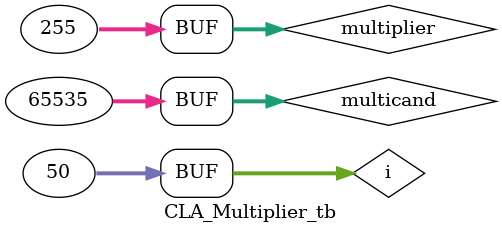
<source format=v>
module CLA_Multiplier_tb();
  parameter n = 32;
  parameter m= 32;
  parameter delay= 5;

  reg [n-1:0] multicand; 
  reg [m-1:0] multiplier; 

  wire [(n+m-1):0] product;

 CLA_Multiplier MUL1(
   .product (product[(n+m-1):0]),
   .multicand (multicand[n-1:0]),
   .multiplier (multiplier[m-1:0])
 );

 initial 
   begin
     multicand = 16'd0;
     multiplier = 8'd0;
   end 
  
  integer i;
  
  initial 
    begin
      
      for (i = 0; i < 50; i = i + 1)   
        begin: W
          #(delay) 
          multicand = multicand + 1; 
          multiplier = multiplier + 1; 
        end
 
  #(delay) //correct
  multicand = 32'd10;
  multiplier = 32'd12;
 
  #(delay) //correct
  multicand = 32'd1234;
  multiplier = 32'd10;
 
  #(delay) //faila
  multicand = 32'h00008FF0;
  multiplier = 32'h000000F0;
 
  #(delay) //correct
  multicand = 32'h00007FF0;
  multiplier = 32'h000000F7;
 
  #(delay) //correct
  multicand = 32'h0000FFFF;
  multiplier = 32'h000000FF;
 end
  
  initial
    begin
      $dumpfile("dump.vcd");
      $dumpvars;
    end
endmodule

</source>
